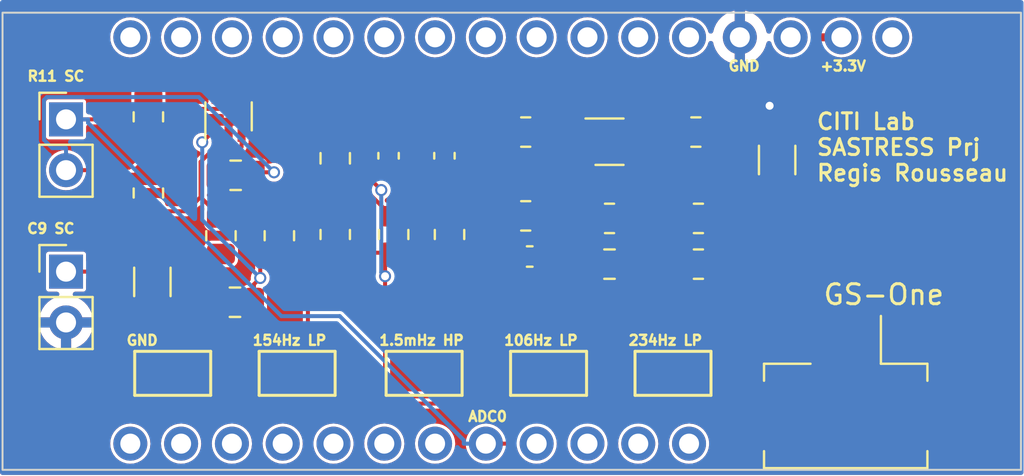
<source format=kicad_pcb>
(kicad_pcb (version 20211014) (generator pcbnew)
  (title_block (title "Sensor Ampliflying and Filtering Board") (company "CITI Lab"))
  (layers (0 "F.Cu" mixed) (31 "B.Cu" mixed) (34 "B.Paste" user) (35 "F.Paste" user) (36 "B.SilkS" user "B.Silkscreen") (37 "F.SilkS" user "F.Silkscreen") (38 "B.Mask" user) (39 "F.Mask" user) (44 "Edge.Cuts" user))
  (net 0 "")
  (net 2 "GND")
  (net 3 "Net-(C2-Pad1)")
  (net 4 "Net-(C2-Pad2)")
  (net 5 "Net-(C3-Pad1)")
  (net 6 "Net-(C3-Pad2)")
  (net 7 "Net-(C4-Pad2)")
  (net 8 "Net-(C5-Pad1)")
  (net 9 "Net-(C6-Pad1)")
  (net 10 "Net-(C7-Pad1)")
  (net 11 "Net-(C7-Pad2)")
  (net 12 "Net-(C8-Pad1)")
  (net 13 "Net-(C9-Pad1)")
  (net 14 "3V3")
  (net 15 "Net-(R12-Pad2)")
  (net 32 "PB13_ADC0")
  (net 37 "Net-(C1-Pad1)")
  (footprint "TestPoint:TestPoint_Keystone_5015_Micro-Minature" (layer "F.Cu") (at 105.664 59.309)
    (fp_text reference "TP5" hide)
    (fp_text value "TestPoint" hide)
    (fp_line (start 1.9 -1.1) (end 1.9 1.1) (layer "F.SilkS") (width 0.15))
    (fp_line (start 1.9 1.1) (end -1.9 1.1) (layer "F.SilkS") (width 0.15))
    (fp_line (start -1.9 -1.1) (end 1.9 -1.1) (layer "F.SilkS") (width 0.15))
    (fp_line (start -1.9 1.1) (end -1.9 -1.1) (layer "F.SilkS") (width 0.15))
    (pad "1" smd rect locked (at 0 0) (size 3.4 1.8) (layers "F.Cu" "F.Paste" "F.Mask") (net 2 "GND"))
  )
  (footprint "Resistor_SMD:R_0805_2012Metric" (layer "F.Cu") (at 119.507 52.3665 -90)
    (fp_text reference "R7" hide)
    (fp_text value "2.2M" hide)
    (fp_line (start -0.227064 -0.735) (end 0.227064 -0.735) (layer "F.SilkS") (width 0.12))
    (fp_line (start -0.227064 0.735) (end 0.227064 0.735) (layer "F.SilkS") (width 0.12))
    (pad "1" smd roundrect locked (at -0.9125 0 270) (size 1.025 1.4) (layers "F.Cu" "F.Paste" "F.Mask") (roundrect_rratio 0.243902) (net 7 "Net-(C4-Pad2)"))
    (pad "2" smd roundrect locked (at 0.9125 0 270) (size 1.025 1.4) (layers "F.Cu" "F.Paste" "F.Mask") (roundrect_rratio 0.243902) (net 8 "Net-(C5-Pad1)"))
  )
  (footprint "Resistor_SMD:R_0805_2012Metric" (layer "F.Cu") (at 131.953 53.848)
    (fp_text reference "R3" hide)
    (fp_text value "220k" hide)
    (fp_line (start -0.227064 -0.735) (end 0.227064 -0.735) (layer "F.SilkS") (width 0.12))
    (fp_line (start -0.227064 0.735) (end 0.227064 0.735) (layer "F.SilkS") (width 0.12))
    (pad "1" smd roundrect locked (at -0.9125 0) (size 1.025 1.4) (layers "F.Cu" "F.Paste" "F.Mask") (roundrect_rratio 0.243902) (net 37 "Net-(C1-Pad1)"))
    (pad "2" smd roundrect locked (at 0.9125 0) (size 1.025 1.4) (layers "F.Cu" "F.Paste" "F.Mask") (roundrect_rratio 0.243902) (net 2 "GND"))
  )
  (footprint "Resistor_SMD:R_0805_2012Metric" (layer "F.Cu") (at 123.317 47.244)
    (fp_text reference "R6" hide)
    (fp_text value "220k" hide)
    (fp_line (start -0.227064 -0.735) (end 0.227064 -0.735) (layer "F.SilkS") (width 0.12))
    (fp_line (start -0.227064 0.735) (end 0.227064 0.735) (layer "F.SilkS") (width 0.12))
    (pad "1" smd roundrect locked (at -0.9125 0) (size 1.025 1.4) (layers "F.Cu" "F.Paste" "F.Mask") (roundrect_rratio 0.243902) (net 8 "Net-(C5-Pad1)"))
    (pad "2" smd roundrect locked (at 0.9125 0) (size 1.025 1.4) (layers "F.Cu" "F.Paste" "F.Mask") (roundrect_rratio 0.243902) (net 37 "Net-(C1-Pad1)"))
  )
  (footprint "Package_TO_SOT_SMD:SOT-353_SC-70-5" (layer "F.Cu") (at 127.508 47.726)
    (fp_text reference "U1" hide)
    (fp_text value "TLV9001IDCK" hide)
    (fp_line (start -0.7 1.16) (end 0.7 1.16) (layer "F.SilkS") (width 0.12))
    (fp_line (start 0.7 -1.16) (end -1.2 -1.16) (layer "F.SilkS") (width 0.12))
    (pad "1" smd rect locked (at -0.95 -0.65) (size 0.65 0.4) (layers "F.Cu" "F.Paste" "F.Mask") (net 37 "Net-(C1-Pad1)"))
    (pad "2" smd rect locked (at -0.95 0) (size 0.65 0.4) (layers "F.Cu" "F.Paste" "F.Mask") (net 2 "GND"))
    (pad "3" smd rect locked (at -0.95 0.65) (size 0.65 0.4) (layers "F.Cu" "F.Paste" "F.Mask") (net 5 "Net-(C3-Pad1)"))
    (pad "4" smd rect locked (at 0.95 0.65) (size 0.65 0.4) (layers "F.Cu" "F.Paste" "F.Mask") (net 6 "Net-(C3-Pad2)"))
    (pad "5" smd rect locked (at 0.95 -0.65) (size 0.65 0.4) (layers "F.Cu" "F.Paste" "F.Mask") (net 14 "3V3"))
  )
  (footprint "Resistor_SMD:R_0805_2012Metric" (layer "F.Cu") (at 131.826 47.244)
    (fp_text reference "R1" hide)
    (fp_text value "220k" hide)
    (fp_line (start -0.227064 0.735) (end 0.227064 0.735) (layer "F.SilkS") (width 0.12))
    (fp_line (start -0.227064 -0.735) (end 0.227064 -0.735) (layer "F.SilkS") (width 0.12))
    (pad "1" smd roundrect locked (at -0.9125 0) (size 1.025 1.4) (layers "F.Cu" "F.Paste" "F.Mask") (roundrect_rratio 0.243902) (net 14 "3V3"))
    (pad "2" smd roundrect locked (at 0.9125 0) (size 1.025 1.4) (layers "F.Cu" "F.Paste" "F.Mask") (roundrect_rratio 0.243902) (net 37 "Net-(C1-Pad1)"))
  )
  (footprint "Resistor_SMD:R_0805_2012Metric" (layer "F.Cu") (at 123.317 51.435)
    (fp_text reference "R4" hide)
    (fp_text value "10k" hide)
    (fp_line (start -0.227064 -0.735) (end 0.227064 -0.735) (layer "F.SilkS") (width 0.12))
    (fp_line (start -0.227064 0.735) (end 0.227064 0.735) (layer "F.SilkS") (width 0.12))
    (pad "1" smd roundrect locked (at -0.9125 0) (size 1.025 1.4) (layers "F.Cu" "F.Paste" "F.Mask") (roundrect_rratio 0.243902) (net 4 "Net-(C2-Pad2)"))
    (pad "2" smd roundrect locked (at 0.9125 0) (size 1.025 1.4) (layers "F.Cu" "F.Paste" "F.Mask") (roundrect_rratio 0.243902) (net 5 "Net-(C3-Pad1)"))
  )
  (footprint "Resistor_SMD:R_0805_2012Metric" (layer "F.Cu") (at 113.792 52.3665 -90)
    (fp_text reference "R9" hide)
    (fp_text value "68k" hide)
    (fp_line (start -0.227064 0.735) (end 0.227064 0.735) (layer "F.SilkS") (width 0.12))
    (fp_line (start -0.227064 -0.735) (end 0.227064 -0.735) (layer "F.SilkS") (width 0.12))
    (pad "1" smd roundrect locked (at -0.9125 0 270) (size 1.025 1.4) (layers "F.Cu" "F.Paste" "F.Mask") (roundrect_rratio 0.243902) (net 10 "Net-(C7-Pad1)"))
    (pad "2" smd roundrect locked (at 0.9125 0 270) (size 1.025 1.4) (layers "F.Cu" "F.Paste" "F.Mask") (roundrect_rratio 0.243902) (net 9 "Net-(C6-Pad1)"))
  )
  (footprint "Connector_PinHeader_2.54mm:PinHeader_1x02_P2.54mm_Vertical" (layer "F.Cu") (at 100.33 54.224)
    (fp_text reference "J2" hide)
    (fp_text value "Conn_01x02_Female" hide)
    (fp_line (start -1.33 -1.33) (end 0 -1.33) (layer "F.SilkS") (width 0.12))
    (fp_line (start -1.33 0) (end -1.33 -1.33) (layer "F.SilkS") (width 0.12))
    (fp_line (start 1.33 1.27) (end 1.33 3.87) (layer "F.SilkS") (width 0.12))
    (fp_line (start -1.33 1.27) (end -1.33 3.87) (layer "F.SilkS") (width 0.12))
    (fp_line (start -1.33 1.27) (end 1.33 1.27) (layer "F.SilkS") (width 0.12))
    (fp_line (start -1.33 3.87) (end 1.33 3.87) (layer "F.SilkS") (width 0.12))
    (pad "1" thru_hole rect locked (at 0 0) (size 1.7 1.7) (drill 1) (layers *.Cu *.Mask) (net 13 "Net-(C9-Pad1)"))
    (pad "2" thru_hole oval locked (at 0 2.54) (size 1.7 1.7) (drill 1) (layers *.Cu *.Mask) (net 2 "GND"))
  )
  (footprint "Resistor_SMD:R_0805_2012Metric" (layer "F.Cu") (at 108.077 52.4275 -90)
    (fp_text reference "R13" hide)
    (fp_text value "4.7k" hide)
    (fp_line (start -0.227064 0.735) (end 0.227064 0.735) (layer "F.SilkS") (width 0.12))
    (fp_line (start -0.227064 -0.735) (end 0.227064 -0.735) (layer "F.SilkS") (width 0.12))
    (pad "1" smd roundrect locked (at -0.9125 0 270) (size 1.025 1.4) (layers "F.Cu" "F.Paste" "F.Mask") (roundrect_rratio 0.243902) (net 15 "Net-(R12-Pad2)"))
    (pad "2" smd roundrect locked (at 0.9125 0 270) (size 1.025 1.4) (layers "F.Cu" "F.Paste" "F.Mask") (roundrect_rratio 0.243902) (net 13 "Net-(C9-Pad1)"))
  )
  (footprint "TestPoint:TestPoint_Keystone_5015_Micro-Minature" (layer "F.Cu") (at 111.887 59.309)
    (fp_text reference "TP1" hide)
    (fp_text value "TestPoint" hide)
    (fp_line (start 1.9 1.1) (end -1.9 1.1) (layer "F.SilkS") (width 0.15))
    (fp_line (start -1.9 1.1) (end -1.9 -1.1) (layer "F.SilkS") (width 0.15))
    (fp_line (start 1.9 -1.1) (end 1.9 1.1) (layer "F.SilkS") (width 0.15))
    (fp_line (start -1.9 -1.1) (end 1.9 -1.1) (layer "F.SilkS") (width 0.15))
    (pad "1" smd rect locked (at 0 0) (size 3.4 1.8) (layers "F.Cu" "F.Paste" "F.Mask") (net 6 "Net-(C3-Pad2)"))
  )
  (footprint "Capacitor_SMD:C_0603_1608Metric" (layer "F.Cu") (at 116.459 48.4295 -90)
    (fp_text reference "C6" hide)
    (fp_text value "220n" hide)
    (fp_line (start -0.14058 0.51) (end 0.14058 0.51) (layer "F.SilkS") (width 0.12))
    (fp_line (start -0.14058 -0.51) (end 0.14058 -0.51) (layer "F.SilkS") (width 0.12))
    (pad "1" smd roundrect locked (at -0.775 0 270) (size 0.9 0.95) (layers "F.Cu" "F.Paste" "F.Mask") (net 9 "Net-(C6-Pad1)"))
    (pad "2" smd roundrect locked (at 0.775 0 270) (size 0.9 0.95) (layers "F.Cu" "F.Paste" "F.Mask") (net 2 "GND"))
  )
  (footprint "Capacitor_SMD:C_0805_2012Metric" (layer "F.Cu") (at 127.508 53.848)
    (fp_text reference "C3" hide)
    (fp_text value "2.2n" hide)
    (fp_line (start -0.261252 -0.735) (end 0.261252 -0.735) (layer "F.SilkS") (width 0.12))
    (fp_line (start -0.261252 0.735) (end 0.261252 0.735) (layer "F.SilkS") (width 0.12))
    (pad "1" smd roundrect locked (at -0.95 0) (size 1 1.45) (layers "F.Cu" "F.Paste" "F.Mask") (net 5 "Net-(C3-Pad1)"))
    (pad "2" smd roundrect locked (at 0.95 0) (size 1 1.45) (layers "F.Cu" "F.Paste" "F.Mask") (net 6 "Net-(C3-Pad2)"))
  )
  (footprint "Resistor_SMD:R_0805_2012Metric" (layer "F.Cu") (at 104.448 50.292 -90)
    (fp_text reference "R12" hide)
    (fp_text value "4.7k" hide)
    (fp_line (start -0.227064 -0.735) (end 0.227064 -0.735) (layer "F.SilkS") (width 0.12))
    (fp_line (start -0.227064 0.735) (end 0.227064 0.735) (layer "F.SilkS") (width 0.12))
    (pad "1" smd roundrect locked (at -0.9125 0 270) (size 1.025 1.4) (layers "F.Cu" "F.Paste" "F.Mask") (roundrect_rratio 0.243902) (net 11 "Net-(C7-Pad2)"))
    (pad "2" smd roundrect locked (at 0.9125 0 270) (size 1.025 1.4) (layers "F.Cu" "F.Paste" "F.Mask") (roundrect_rratio 0.243902) (net 15 "Net-(R12-Pad2)"))
  )
  (footprint "Connector_JST:JST_PH_B2B-PH-SM4-TB_1x02-1MP_P2.00mm_Vertical" (layer "F.Cu") (at 139.319 59.69 180)
    (fp_text reference "JST1" hide)
    (fp_text value "Conn_01x02" hide)
    (fp_line (start -4.085 0.86) (end -1.76 0.86) (layer "F.SilkS") (width 0.12))
    (fp_line (start 4.085 0.01) (end 4.085 0.86) (layer "F.SilkS") (width 0.12))
    (fp_line (start 4.085 0.86) (end 1.76 0.86) (layer "F.SilkS") (width 0.12))
    (fp_line (start -4.085 -3.51) (end -4.085 -4.36) (layer "F.SilkS") (width 0.12))
    (fp_line (start -4.085 -4.36) (end 4.085 -4.36) (layer "F.SilkS") (width 0.12))
    (fp_line (start 4.085 -4.36) (end 4.085 -3.51) (layer "F.SilkS") (width 0.12))
    (fp_line (start -1.76 0.86) (end -1.76 3.25) (layer "F.SilkS") (width 0.12))
    (fp_line (start -4.085 0.01) (end -4.085 0.86) (layer "F.SilkS") (width 0.12))
    (pad "1" smd roundrect locked (at -1 0.5 180) (size 1 5.5) (layers "F.Cu" "F.Paste" "F.Mask") (net 37 "Net-(C1-Pad1)"))
    (pad "2" smd roundrect locked (at 1 0.5 180) (size 1 5.5) (layers "F.Cu" "F.Paste" "F.Mask") (net 3 "Net-(C2-Pad1)"))
    (pad "MP" smd roundrect locked (at -3.4 -1.75 180) (size 1.6 3) (layers "F.Cu" "F.Paste" "F.Mask") (roundrect_rratio 0.15625))
    (pad "MP" smd roundrect locked (at 3.4 -1.75 180) (size 1.6 3) (layers "F.Cu" "F.Paste" "F.Mask") (roundrect_rratio 0.15625))
  )
  (footprint "penguino_v1:Feather-Generic-no-holes" (layer "F.Cu") (at 147.9945 41.2355 -90)
    (fp_text reference "board1" hide)
    (fp_text value "Feather-Generic" hide)
    (pad "1" thru_hole oval locked (at 1.27 6.35 270) (size 1.7 1.7) (drill 1) (layers *.Cu *.Mask))
    (pad "2" thru_hole oval locked (at 1.27 8.89 270) (size 1.7 1.7) (drill 1) (layers *.Cu *.Mask) (net 14 "3V3"))
    (pad "3" thru_hole oval locked (at 1.27 11.43 270) (size 1.7 1.7) (drill 1) (layers *.Cu *.Mask))
    (pad "4" thru_hole oval locked (at 1.27 13.97 270) (size 1.7 1.7) (drill 1) (layers *.Cu *.Mask) (net 2 "GND"))
    (pad "5" thru_hole oval locked (at 1.27 16.51 270) (size 1.7 1.7) (drill 1) (layers *.Cu *.Mask))
    (pad "6" thru_hole oval locked (at 1.27 19.05 270) (size 1.7 1.7) (drill 1) (layers *.Cu *.Mask))
    (pad "7" thru_hole oval locked (at 1.27 21.59 270) (size 1.7 1.7) (drill 1) (layers *.Cu *.Mask))
    (pad "8" thru_hole oval locked (at 1.27 24.13 270) (size 1.7 1.7) (drill 1) (layers *.Cu *.Mask))
    (pad "9" thru_hole oval locked (at 1.27 26.67 270) (size 1.7 1.7) (drill 1) (layers *.Cu *.Mask))
    (pad "10" thru_hole oval locked (at 1.27 29.21 270) (size 1.7 1.7) (drill 1) (layers *.Cu *.Mask))
    (pad "11" thru_hole oval locked (at 1.27 31.75 270) (size 1.7 1.7) (drill 1) (layers *.Cu *.Mask))
    (pad "12" thru_hole oval locked (at 1.27 34.29 270) (size 1.7 1.7) (drill 1) (layers *.Cu *.Mask))
    (pad "13" thru_hole oval locked (at 1.27 36.83 270) (size 1.7 1.7) (drill 1) (layers *.Cu *.Mask))
    (pad "14" thru_hole oval locked (at 1.27 39.37 270) (size 1.7 1.7) (drill 1) (layers *.Cu *.Mask))
    (pad "15" thru_hole oval locked (at 1.27 41.91 270) (size 1.7 1.7) (drill 1) (layers *.Cu *.Mask))
    (pad "16" thru_hole oval locked (at 1.27 44.45 270) (size 1.7 1.7) (drill 1) (layers *.Cu *.Mask))
    (pad "17" thru_hole oval locked (at 21.59 44.45 270) (size 1.7 1.7) (drill 1) (layers *.Cu *.Mask))
    (pad "18" thru_hole oval locked (at 21.59 41.91 270) (size 1.7 1.7) (drill 1) (layers *.Cu *.Mask))
    (pad "19" thru_hole oval locked (at 21.59 39.37 270) (size 1.7 1.7) (drill 1) (layers *.Cu *.Mask))
    (pad "20" thru_hole oval locked (at 21.59 36.83 270) (size 1.7 1.7) (drill 1) (layers *.Cu *.Mask))
    (pad "21" thru_hole oval locked (at 21.59 34.29 270) (size 1.7 1.7) (drill 1) (layers *.Cu *.Mask))
    (pad "22" thru_hole oval locked (at 21.59 31.75 270) (size 1.7 1.7) (drill 1) (layers *.Cu *.Mask))
    (pad "23" thru_hole oval locked (at 21.59 29.21 270) (size 1.7 1.7) (drill 1) (layers *.Cu *.Mask))
    (pad "24" thru_hole oval locked (at 21.59 26.67 270) (size 1.7 1.7) (drill 1) (layers *.Cu *.Mask) (net 32 "PB13_ADC0"))
    (pad "25" thru_hole oval locked (at 21.59 24.13 270) (size 1.7 1.7) (drill 1) (layers *.Cu *.Mask))
    (pad "26" thru_hole oval locked (at 21.59 21.59 270) (size 1.7 1.7) (drill 1) (layers *.Cu *.Mask))
    (pad "27" thru_hole oval locked (at 21.59 19.05 270) (size 1.7 1.7) (drill 1) (layers *.Cu *.Mask))
    (pad "28" thru_hole oval locked (at 21.59 16.51 270) (size 1.7 1.7) (drill 1) (layers *.Cu *.Mask))
  )
  (footprint "Capacitor_SMD:C_0805_2012Metric" (layer "F.Cu") (at 108.812 49.4055)
    (fp_text reference "C7" hide)
    (fp_text value "10n" hide)
    (fp_line (start -0.261252 0.735) (end 0.261252 0.735) (layer "F.SilkS") (width 0.12))
    (fp_line (start -0.261252 -0.735) (end 0.261252 -0.735) (layer "F.SilkS") (width 0.12))
    (pad "1" smd roundrect locked (at -0.95 0) (size 1 1.45) (layers "F.Cu" "F.Paste" "F.Mask") (net 10 "Net-(C7-Pad1)"))
    (pad "2" smd roundrect locked (at 0.95 0) (size 1 1.45) (layers "F.Cu" "F.Paste" "F.Mask") (net 11 "Net-(C7-Pad2)"))
  )
  (footprint "Package_TO_SOT_SMD:SOT-353_SC-70-5" (layer "F.Cu") (at 108.458 46.4585 90)
    (fp_text reference "U2" hide)
    (fp_text value "TLV9001IDCK" hide)
    (fp_line (start -0.7 1.16) (end 0.7 1.16) (layer "F.SilkS") (width 0.12))
    (fp_line (start 0.7 -1.16) (end -1.2 -1.16) (layer "F.SilkS") (width 0.12))
    (pad "1" smd rect locked (at -0.95 -0.65 90) (size 0.65 0.4) (layers "F.Cu" "F.Paste" "F.Mask") (net 12 "Net-(C8-Pad1)"))
    (pad "2" smd rect locked (at -0.95 0 90) (size 0.65 0.4) (layers "F.Cu" "F.Paste" "F.Mask") (net 2 "GND"))
    (pad "3" smd rect locked (at -0.95 0.65 90) (size 0.65 0.4) (layers "F.Cu" "F.Paste" "F.Mask") (net 15 "Net-(R12-Pad2)"))
    (pad "4" smd rect locked (at 0.95 0.65 90) (size 0.65 0.4) (layers "F.Cu" "F.Paste" "F.Mask") (net 32 "PB13_ADC0"))
    (pad "5" smd rect locked (at 0.95 -0.65 90) (size 0.65 0.4) (layers "F.Cu" "F.Paste" "F.Mask") (net 14 "3V3"))
  )
  (footprint "Resistor_SMD:R_0805_2012Metric" (layer "F.Cu") (at 127.508 51.562)
    (fp_text reference "R5" hide)
    (fp_text value "470k" hide)
    (fp_line (start -0.227064 0.735) (end 0.227064 0.735) (layer "F.SilkS") (width 0.12))
    (fp_line (start -0.227064 -0.735) (end 0.227064 -0.735) (layer "F.SilkS") (width 0.12))
    (pad "1" smd roundrect locked (at -0.9125 0) (size 1.025 1.4) (layers "F.Cu" "F.Paste" "F.Mask") (roundrect_rratio 0.243902) (net 5 "Net-(C3-Pad1)"))
    (pad "2" smd roundrect locked (at 0.9125 0) (size 1.025 1.4) (layers "F.Cu" "F.Paste" "F.Mask") (roundrect_rratio 0.243902) (net 6 "Net-(C3-Pad2)"))
  )
  (footprint "Resistor_SMD:R_0805_2012Metric" (layer "F.Cu") (at 104.448 46.482 -90)
    (fp_text reference "R11" hide)
    (fp_text value "100k" hide)
    (fp_line (start -0.227064 -0.735) (end 0.227064 -0.735) (layer "F.SilkS") (width 0.12))
    (fp_line (start -0.227064 0.735) (end 0.227064 0.735) (layer "F.SilkS") (width 0.12))
    (pad "1" smd roundrect locked (at -0.9125 0 270) (size 1.025 1.4) (layers "F.Cu" "F.Paste" "F.Mask") (roundrect_rratio 0.243902) (net 32 "PB13_ADC0"))
    (pad "2" smd roundrect locked (at 0.9125 0 270) (size 1.025 1.4) (layers "F.Cu" "F.Paste" "F.Mask") (roundrect_rratio 0.243902) (net 11 "Net-(C7-Pad2)"))
  )
  (footprint "Resistor_SMD:R_0805_2012Metric" (layer "F.Cu") (at 110.998 52.4275 -90)
    (fp_text reference "R10" hide)
    (fp_text value "68k" hide)
    (fp_line (start -0.227064 0.735) (end 0.227064 0.735) (layer "F.SilkS") (width 0.12))
    (fp_line (start -0.227064 -0.735) (end 0.227064 -0.735) (layer "F.SilkS") (width 0.12))
    (pad "1" smd roundrect locked (at -0.9125 0 270) (size 1.025 1.4) (layers "F.Cu" "F.Paste" "F.Mask") (roundrect_rratio 0.243902) (net 12 "Net-(C8-Pad1)"))
    (pad "2" smd roundrect locked (at 0.9125 0 270) (size 1.025 1.4) (layers "F.Cu" "F.Paste" "F.Mask") (roundrect_rratio 0.243902) (net 10 "Net-(C7-Pad1)"))
  )
  (footprint "TestPoint:TestPoint_Keystone_5015_Micro-Minature" (layer "F.Cu") (at 118.237 59.309)
    (fp_text reference "TP2" hide)
    (fp_text value "TestPoint" hide)
    (fp_line (start -1.9 -1.1) (end 1.9 -1.1) (layer "F.SilkS") (width 0.15))
    (fp_line (start 1.9 1.1) (end -1.9 1.1) (layer "F.SilkS") (width 0.15))
    (fp_line (start -1.9 1.1) (end -1.9 -1.1) (layer "F.SilkS") (width 0.15))
    (fp_line (start 1.9 -1.1) (end 1.9 1.1) (layer "F.SilkS") (width 0.15))
    (pad "1" smd rect locked (at 0 0) (size 3.4 1.8) (layers "F.Cu" "F.Paste" "F.Mask") (net 7 "Net-(C4-Pad2)"))
  )
  (footprint "TestPoint:TestPoint_Keystone_5015_Micro-Minature" (layer "F.Cu") (at 130.683 59.309)
    (fp_text reference "TP4" hide)
    (fp_text value "TestPoint" hide)
    (fp_line (start 1.9 -1.1) (end 1.9 1.1) (layer "F.SilkS") (width 0.15))
    (fp_line (start -1.9 1.1) (end -1.9 -1.1) (layer "F.SilkS") (width 0.15))
    (fp_line (start 1.9 1.1) (end -1.9 1.1) (layer "F.SilkS") (width 0.15))
    (fp_line (start -1.9 -1.1) (end 1.9 -1.1) (layer "F.SilkS") (width 0.15))
    (pad "1" smd rect locked (at 0 0) (size 3.4 1.8) (layers "F.Cu" "F.Paste" "F.Mask") (net 32 "PB13_ADC0"))
  )
  (footprint "Resistor_SMD:R_0805_2012Metric" (layer "F.Cu") (at 131.953 51.562)
    (fp_text reference "R2" hide)
    (fp_text value "7.5k" hide)
    (fp_line (start -0.227064 -0.735) (end 0.227064 -0.735) (layer "F.SilkS") (width 0.12))
    (fp_line (start -0.227064 0.735) (end 0.227064 0.735) (layer "F.SilkS") (width 0.12))
    (pad "1" smd roundrect locked (at -0.9125 0) (size 1.025 1.4) (layers "F.Cu" "F.Paste" "F.Mask") (roundrect_rratio 0.243902) (net 3 "Net-(C2-Pad1)"))
    (pad "2" smd roundrect locked (at 0.9125 0) (size 1.025 1.4) (layers "F.Cu" "F.Paste" "F.Mask") (roundrect_rratio 0.243902) (net 37 "Net-(C1-Pad1)"))
  )
  (footprint "Capacitor_SMD:C_0603_1608Metric" (layer "F.Cu") (at 123.517 53.467 180)
    (fp_text reference "C2" hide)
    (fp_text value "2.2u" hide)
    (fp_line (start -0.14058 -0.51) (end 0.14058 -0.51) (layer "F.SilkS") (width 0.12))
    (fp_line (start -0.14058 0.51) (end 0.14058 0.51) (layer "F.SilkS") (width 0.12))
    (pad "1" smd roundrect locked (at -0.775 0 180) (size 0.9 0.95) (layers "F.Cu" "F.Paste" "F.Mask") (net 3 "Net-(C2-Pad1)"))
    (pad "2" smd roundrect locked (at 0.775 0 180) (size 0.9 0.95) (layers "F.Cu" "F.Paste" "F.Mask") (net 4 "Net-(C2-Pad2)"))
  )
  (footprint "Capacitor_SMD:C_0805_2012Metric" (layer "F.Cu") (at 108.778 55.753 180)
    (fp_text reference "C8" hide)
    (fp_text value "10n" hide)
    (fp_line (start -0.261252 0.735) (end 0.261252 0.735) (layer "F.SilkS") (width 0.12))
    (fp_line (start -0.261252 -0.735) (end 0.261252 -0.735) (layer "F.SilkS") (width 0.12))
    (pad "1" smd roundrect locked (at -0.95 0 180) (size 1 1.45) (layers "F.Cu" "F.Paste" "F.Mask") (net 12 "Net-(C8-Pad1)"))
    (pad "2" smd roundrect locked (at 0.95 0 180) (size 1 1.45) (layers "F.Cu" "F.Paste" "F.Mask") (net 2 "GND"))
  )
  (footprint "TestPoint:TestPoint_Keystone_5015_Micro-Minature" (layer "F.Cu") (at 124.46 59.309)
    (fp_text reference "TP3" hide)
    (fp_text value "TestPoint" hide)
    (fp_line (start -1.9 1.1) (end -1.9 -1.1) (layer "F.SilkS") (width 0.15))
    (fp_line (start 1.9 -1.1) (end 1.9 1.1) (layer "F.SilkS") (width 0.15))
    (fp_line (start 1.9 1.1) (end -1.9 1.1) (layer "F.SilkS") (width 0.15))
    (fp_line (start -1.9 -1.1) (end 1.9 -1.1) (layer "F.SilkS") (width 0.15))
    (pad "1" smd rect locked (at 0 0) (size 3.4 1.8) (layers "F.Cu" "F.Paste" "F.Mask") (net 9 "Net-(C6-Pad1)"))
  )
  (footprint "Resistor_SMD:R_0805_2012Metric" (layer "F.Cu") (at 116.713 52.3665 90)
    (fp_text reference "R8" hide)
    (fp_text value "6.8k" hide)
    (fp_line (start -0.227064 -0.735) (end 0.227064 -0.735) (layer "F.SilkS") (width 0.12))
    (fp_line (start -0.227064 0.735) (end 0.227064 0.735) (layer "F.SilkS") (width 0.12))
    (pad "1" smd roundrect locked (at -0.9125 0 90) (size 1.025 1.4) (layers "F.Cu" "F.Paste" "F.Mask") (roundrect_rratio 0.243902) (net 9 "Net-(C6-Pad1)"))
    (pad "2" smd roundrect locked (at 0.9125 0 90) (size 1.025 1.4) (layers "F.Cu" "F.Paste" "F.Mask") (roundrect_rratio 0.243902) (net 7 "Net-(C4-Pad2)"))
  )
  (footprint "Capacitor_SMD:C_1206_3216Metric" (layer "F.Cu") (at 135.89 48.641 90)
    (fp_text reference "C1" hide)
    (fp_text value "100u" hide)
    (fp_line (start -0.711252 -0.91) (end 0.711252 -0.91) (layer "F.SilkS") (width 0.12))
    (fp_line (start -0.711252 0.91) (end 0.711252 0.91) (layer "F.SilkS") (width 0.12))
    (pad "1" smd roundrect locked (at -1.475 0 90) (size 1.15 1.8) (layers "F.Cu" "F.Paste" "F.Mask") (roundrect_rratio 0.217391) (net 37 "Net-(C1-Pad1)"))
    (pad "2" smd roundrect locked (at 1.475 0 90) (size 1.15 1.8) (layers "F.Cu" "F.Paste" "F.Mask") (roundrect_rratio 0.217391) (net 2 "GND"))
  )
  (footprint "Capacitor_SMD:C_1206_3216Metric" (layer "F.Cu") (at 104.648 54.737 -90)
    (fp_text reference "C9" hide)
    (fp_text value "100u" hide)
    (fp_line (start -0.711252 -0.91) (end 0.711252 -0.91) (layer "F.SilkS") (width 0.12))
    (fp_line (start -0.711252 0.91) (end 0.711252 0.91) (layer "F.SilkS") (width 0.12))
    (pad "1" smd roundrect locked (at -1.475 0 270) (size 1.15 1.8) (layers "F.Cu" "F.Paste" "F.Mask") (roundrect_rratio 0.217391) (net 13 "Net-(C9-Pad1)"))
    (pad "2" smd roundrect locked (at 1.475 0 270) (size 1.15 1.8) (layers "F.Cu" "F.Paste" "F.Mask") (roundrect_rratio 0.217391) (net 2 "GND"))
  )
  (footprint "Capacitor_SMD:C_0603_1608Metric" (layer "F.Cu") (at 119.253 48.4295 -90)
    (fp_text reference "C5" hide)
    (fp_text value "100n" hide)
    (fp_line (start -0.14058 -0.51) (end 0.14058 -0.51) (layer "F.SilkS") (width 0.12))
    (fp_line (start -0.14058 0.51) (end 0.14058 0.51) (layer "F.SilkS") (width 0.12))
    (pad "1" smd roundrect locked (at -0.775 0 270) (size 0.9 0.95) (layers "F.Cu" "F.Paste" "F.Mask") (net 8 "Net-(C5-Pad1)"))
    (pad "2" smd roundrect locked (at 0.775 0 270) (size 0.9 0.95) (layers "F.Cu" "F.Paste" "F.Mask") (net 2 "GND"))
  )
  (footprint "Capacitor_SMD:C_0805_2012Metric" (layer "F.Cu") (at 113.792 48.5565 90)
    (fp_text reference "C4" hide)
    (fp_text value "47u" hide)
    (fp_line (start -0.261252 -0.735) (end 0.261252 -0.735) (layer "F.SilkS") (width 0.12))
    (fp_line (start -0.261252 0.735) (end 0.261252 0.735) (layer "F.SilkS") (width 0.12))
    (pad "1" smd roundrect locked (at -0.95 0 90) (size 1 1.45) (layers "F.Cu" "F.Paste" "F.Mask") (net 6 "Net-(C3-Pad2)"))
    (pad "2" smd roundrect locked (at 0.95 0 90) (size 1 1.45) (layers "F.Cu" "F.Paste" "F.Mask") (net 7 "Net-(C4-Pad2)"))
  )
  (footprint "Connector_PinHeader_2.54mm:PinHeader_1x02_P2.54mm_Vertical" (layer "F.Cu") (at 100.33 46.609)
    (fp_text reference "J1" hide)
    (fp_text value "Conn_01x02_Female" hide)
    (fp_line (start -1.33 1.27) (end -1.33 3.87) (layer "F.SilkS") (width 0.12))
    (fp_line (start -1.33 -1.33) (end 0 -1.33) (layer "F.SilkS") (width 0.12))
    (fp_line (start -1.33 1.27) (end 1.33 1.27) (layer "F.SilkS") (width 0.12))
    (fp_line (start -1.33 0) (end -1.33 -1.33) (layer "F.SilkS") (width 0.12))
    (fp_line (start -1.33 3.87) (end 1.33 3.87) (layer "F.SilkS") (width 0.12))
    (fp_line (start 1.33 1.27) (end 1.33 3.87) (layer "F.SilkS") (width 0.12))
    (pad "1" thru_hole rect locked (at 0 0) (size 1.7 1.7) (drill 1) (layers *.Cu *.Mask) (net 32 "PB13_ADC0"))
    (pad "2" thru_hole oval locked (at 0 2.54) (size 1.7 1.7) (drill 1) (layers *.Cu *.Mask) (net 11 "Net-(C7-Pad2)"))
  )
  (gr_rect (start 97.155 41.275) (end 148.082 64.135) (layer "Edge.Cuts") (width 0.1) (fill none))
  (gr_text "GS-One" (at 141.224 55.372) (layer "F.SilkS") (effects (font (size 1 1))))
  (gr_text "ADC0" (at 121.412 61.468) (layer "F.SilkS") (effects (font (size 0.5 0.5) (thickness 0.125))))
  (gr_text "C9 SC" (at 99.568 52.07) (layer "F.SilkS") (effects (font (size 0.5 0.5) (thickness 0.125))))
  (gr_text "GND" (at 104.14 57.658) (layer "F.SilkS") (effects (font (size 0.5 0.5) (thickness 0.125))))
  (gr_text "CITI Lab\nSASTRESS Prj\nRegis Rousseau" (at 137.795 48.006) (layer "F.SilkS") (effects (font (size 0.8 0.8)) (justify left)))
  (gr_text "234Hz LP" (at 130.302 57.658) (layer "F.SilkS") (effects (font (size 0.5 0.5) (thickness 0.125))))
  (gr_text "1.5mHz HP" (at 118.11 57.658) (layer "F.SilkS") (effects (font (size 0.5 0.5) (thickness 0.125))))
  (gr_text "GND" (at 134.239 43.942) (layer "F.SilkS") (effects (font (size 0.5 0.5) (thickness 0.125))))
  (gr_text "106Hz LP" (at 124.079 57.658) (layer "F.SilkS") (effects (font (size 0.5 0.5) (thickness 0.125))))
  (gr_text "+3.3V" (at 139.192 43.942) (layer "F.SilkS") (effects (font (size 0.5 0.5) (thickness 0.125))))
  (gr_text "154Hz LP" (at 111.506 57.658) (layer "F.SilkS") (effects (font (size 0.5 0.5) (thickness 0.125))))
  (gr_text "R11 SC" (at 99.822 44.45) (layer "F.SilkS") (effects (font (size 0.5 0.5) (thickness 0.125))))
  (segment (start 135.5134 45.9293) (end 135.89 46.3059) (width 0.4) (layer "F.Cu") (net 2))
  (segment (start 108.458 47.4085) (end 108.458 46.9963) (width 0.4) (layer "F.Cu") (net 2))
  (segment (start 108.458 46.7252) (end 107.2458 46.7252) (width 0.4) (layer "F.Cu") (net 2))
  (segment (start 108.458 46.9963) (end 108.458 46.7252) (width 0.4) (layer "F.Cu") (net 2))
  (segment (start 109.5902 46.7252) (end 108.458 46.7252) (width 0.4) (layer "F.Cu") (net 2))
  (segment (start 135.89 46.3059) (end 135.89 47.166) (width 0.4) (layer "F.Cu") (net 2))
  (segment (start 109.601 46.736) (end 109.5902 46.7252) (width 0.4) (layer "F.Cu") (net 2))
  (via (at 135.5134 45.9293) (size 0.8) (drill 0.4) (layers "F.Cu" "B.Cu") (net 2))
  (segment (start 135.5134 45.1971) (end 135.5134 45.9293) (width 0.4) (layer "B.Cu") (net 2))
  (segment (start 134.0245 43.7082) (end 135.5134 45.1971) (width 0.4) (layer "B.Cu") (net 2))
  (segment (start 134.0245 42.5055) (end 134.0245 43.7082) (width 0.4) (layer "B.Cu") (net 2))
  (segment (start 130.2611 54.5434) (end 134.9077 59.19) (width 0.2) (layer "F.Cu") (net 3))
  (segment (start 124.292 53.772) (end 125.744 55.224) (width 0.2) (layer "F.Cu") (net 3))
  (segment (start 124.292 53.772) (end 124.292 53.467) (width 0.2) (layer "F.Cu") (net 3))
  (segment (start 131.0405 51.562) (end 130.2611 52.3414) (width 0.2) (layer "F.Cu") (net 3))
  (segment (start 134.9077 59.19) (end 138.319 59.19) (width 0.2) (layer "F.Cu") (net 3))
  (segment (start 130.2611 52.3414) (end 130.2611 54.5434) (width 0.2) (layer "F.Cu") (net 3))
  (segment (start 125.744 55.224) (end 129.5805 55.224) (width 0.2) (layer "F.Cu") (net 3))
  (segment (start 129.5805 55.224) (end 130.2611 54.5434) (width 0.2) (layer "F.Cu") (net 3))
  (segment (start 122.742 53.467) (end 122.404 53.1295) (width 0.2) (layer "F.Cu") (net 4))
  (segment (start 122.404 51.4355) (end 122.404 53.1295) (width 0.2) (layer "F.Cu") (net 4))
  (segment (start 122.4045 51.435) (end 122.404 51.4355) (width 0.2) (layer "F.Cu") (net 4))
  (segment (start 125.476 51.4725) (end 124.267 51.4725) (width 0.2) (layer "F.Cu") (net 5))
  (segment (start 126.5957 51.5622) (end 126.596 51.562) (width 0.2) (layer "F.Cu") (net 5))
  (segment (start 126.558 48.376) (end 125.9803 48.376) (width 0.2) (layer "F.Cu") (net 5))
  (segment (start 126.558 53.848) (end 126.558 51.5995) (width 0.2) (layer "F.Cu") (net 5))
  (segment (start 126.558 51.5995) (end 125.603 51.5995) (width 0.2) (layer "F.Cu") (net 5))
  (segment (start 125.603 51.5995) (end 125.476 51.4725) (width 0.2) (layer "F.Cu") (net 5))
  (segment (start 125.476 51.4725) (end 125.476 48.8803) (width 0.2) (layer "F.Cu") (net 5))
  (segment (start 126.5955 51.562) (end 126.5957 51.5622) (width 0.2) (layer "F.Cu") (net 5))
  (segment (start 124.2295 51.435) (end 124.23 51.435) (width 0.2) (layer "F.Cu") (net 5))
  (segment (start 124.267 51.4725) (end 124.23 51.435) (width 0.2) (layer "F.Cu") (net 5))
  (segment (start 126.558 51.5995) (end 126.5957 51.5622) (width 0.2) (layer "F.Cu") (net 5))
  (segment (start 125.476 48.8803) (end 125.9803 48.376) (width 0.2) (layer "F.Cu") (net 5))
  (segment (start 128.4206 53.848) (end 127.4418 54.8268) (width 0.2) (layer "F.Cu") (net 6))
  (segment (start 125.2981 53.3158) (end 124.6831 52.7008) (width 0.2) (layer "F.Cu") (net 6))
  (segment (start 112.246 60.8207) (end 111.887 60.4617) (width 0.2) (layer "F.Cu") (net 6))
  (segment (start 114.3566 52.3302) (end 113.2931 52.3302) (width 0.2) (layer "F.Cu") (net 6))
  (segment (start 128.4205 48.4135) (end 128.4205 51.562) (width 0.2) (layer "F.Cu") (net 6))
  (segment (start 128.458 48.376) (end 128.4205 48.4135) (width 0.2) (layer "F.Cu") (net 6))
  (segment (start 123.517 53.0663) (end 123.517 55.3939) (width 0.2) (layer "F.Cu") (net 6))
  (segment (start 128.4224 53.848) (end 128.4206 53.848) (width 0.2) (layer "F.Cu") (net 6))
  (segment (start 112.4255 57.6178) (end 111.887 58.1563) (width 0.2) (layer "F.Cu") (net 6))
  (segment (start 114.7898 51.897) (end 114.3566 52.3302) (width 0.2) (layer "F.Cu") (net 6))
  (segment (start 127.4418 54.8268) (end 126.0995 54.8268) (width 0.2) (layer "F.Cu") (net 6))
  (segment (start 125.2981 54.0254) (end 125.2981 53.3158) (width 0.2) (layer "F.Cu") (net 6))
  (segment (start 128.4205 51.562) (end 128.4205 53.8461) (width 0.2) (layer "F.Cu") (net 6))
  (segment (start 126.4128 58.2897) (end 126.4128 60.329) (width 0.2) (layer "F.Cu") (net 6))
  (segment (start 128.4206 53.848) (end 128.42 53.848) (width 0.2) (layer "F.Cu") (net 6))
  (segment (start 123.8825 52.7008) (end 123.517 53.0663) (width 0.2) (layer "F.Cu") (net 6))
  (segment (start 113.2931 52.3302) (end 112.4255 53.1978) (width 0.2) (layer "F.Cu") (net 6))
  (segment (start 113.792 49.5065) (end 114.7898 50.5043) (width 0.2) (layer "F.Cu") (net 6))
  (segment (start 124.6831 52.7008) (end 123.8825 52.7008) (width 0.2) (layer "F.Cu") (net 6))
  (segment (start 126.4128 60.329) (end 125.9211 60.8207) (width 0.2) (layer "F.Cu") (net 6))
  (segment (start 128.458 53.848) (end 128.4224 53.848) (width 0.2) (layer "F.Cu") (net 6))
  (segment (start 112.4255 53.1978) (end 112.4255 57.6178) (width 0.2) (layer "F.Cu") (net 6))
  (segment (start 125.9211 60.8207) (end 112.246 60.8207) (width 0.2) (layer "F.Cu") (net 6))
  (segment (start 123.517 55.3939) (end 126.4128 58.2897) (width 0.2) (layer "F.Cu") (net 6))
  (segment (start 114.7898 50.5043) (end 114.7898 51.897) (width 0.2) (layer "F.Cu") (net 6))
  (segment (start 111.887 59.309) (end 111.887 58.1563) (width 0.2) (layer "F.Cu") (net 6))
  (segment (start 111.887 59.309) (end 111.887 60.4617) (width 0.2) (layer "F.Cu") (net 6))
  (segment (start 126.0995 54.8268) (end 125.2981 54.0254) (width 0.2) (layer "F.Cu") (net 6))
  (segment (start 128.4205 53.8461) (end 128.4224 53.848) (width 0.2) (layer "F.Cu") (net 6))
  (segment (start 115.333 49.1475) (end 115.333 50.1656) (width 0.2) (layer "F.Cu") (net 7))
  (segment (start 118.237 58.1563) (end 118.237 51.454) (width 0.2) (layer "F.Cu") (net 7))
  (segment (start 115.333 50.1656) (end 116.6214 51.454) (width 0.2) (layer "F.Cu") (net 7))
  (segment (start 118.237 59.309) (end 118.237 58.1563) (width 0.2) (layer "F.Cu") (net 7))
  (segment (start 113.792 47.6065) (end 115.333 49.1475) (width 0.2) (layer "F.Cu") (net 7))
  (segment (start 116.6214 51.454) (end 116.713 51.454) (width 0.2) (layer "F.Cu") (net 7))
  (segment (start 116.713 51.454) (end 118.237 51.454) (width 0.2) (layer "F.Cu") (net 7))
  (segment (start 118.237 51.454) (end 119.507 51.454) (width 0.2) (layer "F.Cu") (net 7))
  (segment (start 119.253 47.6545) (end 120.4756 47.6545) (width 0.2) (layer "F.Cu") (net 8))
  (segment (start 120.8861 47.244) (end 120.4756 47.6545) (width 0.2) (layer "F.Cu") (net 8))
  (segment (start 120.4756 47.6545) (end 120.4756 52.3104) (width 0.2) (layer "F.Cu") (net 8))
  (segment (start 120.4756 52.3104) (end 119.507 53.279) (width 0.2) (layer "F.Cu") (net 8))
  (segment (start 122.4045 47.244) (end 120.8861 47.244) (width 0.2) (layer "F.Cu") (net 8))
  (segment (start 116.2842 60.3453) (end 116.4006 60.4617) (width 0.2) (layer "F.Cu") (net 9))
  (segment (start 116.2842 53.279) (end 116.2842 54.4536) (width 0.2) (layer "F.Cu") (net 9))
  (segment (start 116.2842 53.279) (end 116.713 53.279) (width 0.2) (layer "F.Cu") (net 9))
  (segment (start 116.2842 54.4536) (end 116.2842 60.3453) (width 0.2) (layer "F.Cu") (net 9))
  (segment (start 124.46 59.309) (end 124.46 60.4617) (width 0.2) (layer "F.Cu") (net 9))
  (segment (start 116.2842 53.279) (end 113.792 53.279) (width 0.2) (layer "F.Cu") (net 9))
  (segment (start 115.7081 48.4054) (end 116.459 47.6545) (width 0.2) (layer "F.Cu") (net 9))
  (segment (start 116.4006 60.4617) (end 124.46 60.4617) (width 0.2) (layer "F.Cu") (net 9))
  (segment (start 115.7081 49.7591) (end 115.7081 48.4054) (width 0.2) (layer "F.Cu") (net 9))
  (segment (start 116.0937 50.1447) (end 115.7081 49.7591) (width 0.2) (layer "F.Cu") (net 9))
  (via (at 116.2842 54.4536) (size 0.6) (drill 0.4) (layers "F.Cu" "B.Cu") (net 9))
  (via (at 116.0937 50.1447) (size 0.6) (drill 0.4) (layers "F.Cu" "B.Cu") (net 9))
  (segment (start 116.2842 54.4536) (end 116.0937 54.2631) (width 0.2) (layer "B.Cu") (net 9))
  (segment (start 116.0937 54.2631) (end 116.0937 50.1447) (width 0.2) (layer "B.Cu") (net 9))
  (segment (start 112.6517 51.6863) (end 112.884 51.454) (width 0.2) (layer "F.Cu") (net 10))
  (segment (start 111.4396 50.4742) (end 112.6517 51.6863) (width 0.2) (layer "F.Cu") (net 10))
  (segment (start 112.884 51.454) (end 113.792 51.454) (width 0.2) (layer "F.Cu") (net 10))
  (segment (start 108.9307 50.4742) (end 111.4396 50.4742) (width 0.2) (layer "F.Cu") (net 10))
  (segment (start 107.862 49.4055) (end 108.9307 50.4742) (width 0.2) (layer "F.Cu") (net 10))
  (segment (start 110.998 53.34) (end 112.6517 51.6863) (width 0.2) (layer "F.Cu") (net 10))
  (segment (start 104.448 47.3945) (end 104.448 49.3795) (width 0.2) (layer "F.Cu") (net 11))
  (segment (start 109.9113 49.2562) (end 110.7301 49.2562) (width 0.2) (layer "F.Cu") (net 11))
  (segment (start 101.4327 49.149) (end 101.6632 49.3795) (width 0.2) (layer "F.Cu") (net 11))
  (segment (start 101.6632 49.3795) (end 104.448 49.3795) (width 0.2) (layer "F.Cu") (net 11))
  (segment (start 109.762 49.4055) (end 109.9113 49.2562) (width 0.2) (layer "F.Cu") (net 11))
  (segment (start 100.33 49.149) (end 101.4327 49.149) (width 0.2) (layer "F.Cu") (net 11))
  (via (at 110.7301 49.2562) (size 0.6) (drill 0.4) (layers "F.Cu" "B.Cu") (net 11))
  (segment (start 100.33 49.149) (end 100.33 48.0463) (width 0.2) (layer "B.Cu") (net 11))
  (segment (start 99.2272 47.6327) (end 99.2272 45.6394) (width 0.2) (layer "B.Cu") (net 11))
  (segment (start 106.9683 45.4944) (end 110.7301 49.2562) (width 0.2) (layer "B.Cu") (net 11))
  (segment (start 99.3722 45.4944) (end 106.9683 45.4944) (width 0.2) (layer "B.Cu") (net 11))
  (segment (start 100.33 48.0463) (end 99.6408 48.0463) (width 0.2) (layer "B.Cu") (net 11))
  (segment (start 99.6408 48.0463) (end 99.2272 47.6327) (width 0.2) (layer "B.Cu") (net 11))
  (segment (start 99.2272 45.6394) (end 99.3722 45.4944) (width 0.2) (layer "B.Cu") (net 11))
  (segment (start 110.0417 52.4713) (end 110.998 51.515) (width 0.2) (layer "F.Cu") (net 12))
  (segment (start 109.728 55.753) (end 109.728 54.8545) (width 0.2) (layer "F.Cu") (net 12))
  (segment (start 107.4855 47.4085) (end 107.808 47.4085) (width 0.2) (layer "F.Cu") (net 12))
  (segment (start 107.1399 47.7541) (end 107.4855 47.4085) (width 0.2) (layer "F.Cu") (net 12))
  (segment (start 109.728 54.8545) (end 110.0417 54.5408) (width 0.2) (layer "F.Cu") (net 12))
  (segment (start 110.0417 54.5408) (end 110.0417 52.4713) (width 0.2) (layer "F.Cu") (net 12))
  (via (at 107.1399 47.7541) (size 0.6) (drill 0.4) (layers "F.Cu" "B.Cu") (net 12))
  (via (at 110.0417 54.5408) (size 0.6) (drill 0.4) (layers "F.Cu" "B.Cu") (net 12))
  (segment (start 107.1399 51.639) (end 110.0417 54.5408) (width 0.2) (layer "B.Cu") (net 12))
  (segment (start 107.1399 47.7541) (end 107.1399 51.639) (width 0.2) (layer "B.Cu") (net 12))
  (segment (start 101.4327 54.224) (end 102.3947 53.262) (width 0.2) (layer "F.Cu") (net 13))
  (segment (start 100.33 54.224) (end 101.4327 54.224) (width 0.2) (layer "F.Cu") (net 13))
  (segment (start 104.648 53.262) (end 107.999 53.262) (width 0.2) (layer "F.Cu") (net 13))
  (segment (start 107.999 53.262) (end 108.077 53.34) (width 0.2) (layer "F.Cu") (net 13))
  (segment (start 102.3947 53.262) (end 104.648 53.262) (width 0.2) (layer "F.Cu") (net 13))
  (segment (start 128.458 47.076) (end 127.7803 47.076) (width 0.4) (layer "F.Cu") (net 14))
  (segment (start 107.808 45.5085) (end 107.808 44.8308) (width 0.4) (layer "F.Cu") (net 14))
  (segment (start 139.1045 42.5055) (end 137.9018 42.5055) (width 0.4) (layer "F.Cu") (net 14))
  (segment (start 107.808 44.8308) (end 125.5351 44.8308) (width 0.4) (layer "F.Cu") (net 14))
  (segment (start 125.5351 44.8308) (end 127.7803 47.076) (width 0.4) (layer "F.Cu") (net 14))
  (segment (start 135.7124 45.0687) (end 137.9018 42.8793) (width 0.4) (layer "F.Cu") (net 14))
  (segment (start 128.458 47.076) (end 130.7455 47.076) (width 0.4) (layer "F.Cu") (net 14))
  (segment (start 130.9135 47.244) (end 133.0888 45.0687) (width 0.4) (layer "F.Cu") (net 14))
  (segment (start 130.7455 47.076) (end 130.9135 47.244) (width 0.4) (layer "F.Cu") (net 14))
  (segment (start 137.9018 42.8793) (end 137.9018 42.5055) (width 0.4) (layer "F.Cu") (net 14))
  (segment (start 133.0888 45.0687) (end 135.7124 45.0687) (width 0.4) (layer "F.Cu") (net 14))
  (segment (start 107.0571 48.7371) (end 107.0571 50.4951) (width 0.2) (layer "F.Cu") (net 15))
  (segment (start 107.808 47.9862) (end 107.0571 48.7371) (width 0.2) (layer "F.Cu") (net 15))
  (segment (start 106.3477 51.2045) (end 104.448 51.2045) (width 0.2) (layer "F.Cu") (net 15))
  (segment (start 107.0571 50.4951) (end 108.077 51.515) (width 0.2) (layer "F.Cu") (net 15))
  (segment (start 109.108 47.9862) (end 107.808 47.9862) (width 0.2) (layer "F.Cu") (net 15))
  (segment (start 107.0571 50.4951) (end 106.3477 51.2045) (width 0.2) (layer "F.Cu") (net 15))
  (segment (start 109.108 47.4085) (end 109.108 47.9862) (width 0.2) (layer "F.Cu") (net 15))
  (segment (start 103.4085 46.609) (end 104.448 45.5695) (width 0.2) (layer "F.Cu") (net 32))
  (segment (start 129.4219 61.7228) (end 130.683 60.4617) (width 0.2) (layer "F.Cu") (net 32))
  (segment (start 122.4272 62.8255) (end 122.4272 62.6875) (width 0.2) (layer "F.Cu") (net 32))
  (segment (start 104.9647 46.0862) (end 109.108 46.0862) (width 0.2) (layer "F.Cu") (net 32))
  (segment (start 130.683 59.309) (end 130.683 60.4617) (width 0.2) (layer "F.Cu") (net 32))
  (segment (start 122.4272 62.6875) (end 123.3919 61.7228) (width 0.2) (layer "F.Cu") (net 32))
  (segment (start 100.33 46.609) (end 103.4085 46.609) (width 0.2) (layer "F.Cu") (net 32))
  (segment (start 121.3245 62.8255) (end 122.4272 62.8255) (width 0.2) (layer "F.Cu") (net 32))
  (segment (start 109.108 45.5085) (end 109.108 46.0862) (width 0.2) (layer "F.Cu") (net 32))
  (segment (start 123.3919 61.7228) (end 129.4219 61.7228) (width 0.2) (layer "F.Cu") (net 32))
  (segment (start 104.448 45.5695) (end 104.9647 46.0862) (width 0.2) (layer "F.Cu") (net 32))
  (segment (start 101.4327 46.7813) (end 111.1001 56.4487) (width 0.2) (layer "B.Cu") (net 32))
  (segment (start 111.1001 56.4487) (end 114.0162 56.4487) (width 0.2) (layer "B.Cu") (net 32))
  (segment (start 101.4327 46.609) (end 101.4327 46.7813) (width 0.2) (layer "B.Cu") (net 32))
  (segment (start 114.0162 56.4487) (end 120.2218 62.6543) (width 0.2) (layer "B.Cu") (net 32))
  (segment (start 121.3245 62.8255) (end 120.2218 62.8255) (width 0.2) (layer "B.Cu") (net 32))
  (segment (start 100.33 46.609) (end 101.4327 46.609) (width 0.2) (layer "B.Cu") (net 32))
  (segment (start 120.2218 62.6543) (end 120.2218 62.8255) (width 0.2) (layer "B.Cu") (net 32))
  (segment (start 127.5885 47.5288) (end 129.2118 47.5288) (width 0.2) (layer "F.Cu") (net 37))
  (segment (start 132.5322 55.0147) (end 137.6082 55.0147) (width 0.2) (layer "F.Cu") (net 37))
  (segment (start 124.524 46.949) (end 124.377 47.0965) (width 0.2) (layer "F.Cu") (net 37))
  (segment (start 131.5178 48.2682) (end 133.7701 50.5205) (width 0.2) (layer "F.Cu") (net 37))
  (segment (start 132.8655 51.562) (end 132.542 51.562) (width 0.2) (layer "F.Cu") (net 37))
  (segment (start 132.542 47.158) (end 132.6525 47.158) (width 0.2) (layer "F.Cu") (net 37))
  (segment (start 127.1357 47.076) (end 127.5885 47.5288) (width 0.2) (layer "F.Cu") (net 37))
  (segment (start 132.375 47.158) (end 132.334 47.117) (width 0.4) (layer "F.Cu") (net 37))
  (segment (start 140.319 57.7255) (end 140.319 59.19) (width 0.2) (layer "F.Cu") (net 37))
  (segment (start 132.542 47.158) (end 132.375 47.158) (width 0.4) (layer "F.Cu") (net 37))
  (segment (start 131.203 53.6855) (end 132.5322 55.0147) (width 0.2) (layer "F.Cu") (net 37))
  (segment (start 125.9598 47.0965) (end 125.9803 47.076) (width 0.2) (layer "F.Cu") (net 37))
  (segment (start 124.2295 47.244) (end 124.23 47.244) (width 0.2) (layer "F.Cu") (net 37))
  (segment (start 131.0405 53.848) (end 131.203 53.6855) (width 0.2) (layer "F.Cu") (net 37))
  (segment (start 132.542 51.562) (end 132.542 51.7145) (width 0.2) (layer "F.Cu") (net 37))
  (segment (start 132.542 52.3465) (end 132.542 51.7145) (width 0.2) (layer "F.Cu") (net 37))
  (segment (start 135.89 50.116) (end 135.509 50.116) (width 0.2) (layer "F.Cu") (net 37))
  (segment (start 129.9512 48.2682) (end 131.5178 48.2682) (width 0.2) (layer "F.Cu") (net 37))
  (segment (start 124.377 47.0965) (end 124.23 47.244) (width 0.2) (layer "F.Cu") (net 37))
  (segment (start 132.542 51.476) (end 132.542 51.562) (width 0.2) (layer "F.Cu") (net 37))
  (segment (start 126.558 47.076) (end 127.1357 47.076) (width 0.2) (layer "F.Cu") (net 37))
  (segment (start 133.7701 50.5205) (end 133.7701 50.6574) (width 0.2) (layer "F.Cu") (net 37))
  (segment (start 126.2692 47.076) (end 126.558 47.076) (width 0.2) (layer "F.Cu") (net 37))
  (segment (start 135.509 50.116) (end 135.104 50.5205) (width 0.2) (layer "F.Cu") (net 37))
  (segment (start 131.203 53.6855) (end 132.542 52.3465) (width 0.2) (layer "F.Cu") (net 37))
  (segment (start 131.5178 48.2682) (end 132.375 47.411) (width 0.2) (layer "F.Cu") (net 37))
  (segment (start 132.375 47.411) (end 132.375 47.158) (width 0.2) (layer "F.Cu") (net 37))
  (segment (start 133.7701 50.5205) (end 135.104 50.5205) (width 0.2) (layer "F.Cu") (net 37))
  (segment (start 129.2118 47.5288) (end 129.9512 48.2682) (width 0.2) (layer "F.Cu") (net 37))
  (segment (start 137.6082 55.0147) (end 140.319 57.7255) (width 0.2) (layer "F.Cu") (net 37))
  (segment (start 124.377 47.0965) (end 125.9598 47.0965) (width 0.2) (layer "F.Cu") (net 37))
  (segment (start 126.2692 47.076) (end 125.9803 47.076) (width 0.2) (layer "F.Cu") (net 37))
  (segment (start 132.6525 47.158) (end 132.7385 47.244) (width 0.2) (layer "F.Cu") (net 37))
  (segment (start 133.7701 50.6574) (end 132.8655 51.562) (width 0.2) (layer "F.Cu") (net 37))
  (zone (net 2) (net_name "GND") (layer "F.Cu") (connect_pads (clearance 0)) (min_thickness 0.254) (fill yes (thermal_gap 0.508) (thermal_bridge_width 0.508))
    (polygon (pts (xy 148.209 64.389) (xy 97.028 64.389) (xy 97.028 40.767) (xy 148.209 40.767)))
  )
  (zone (net 2) (net_name "GND") (layer "B.Cu") (connect_pads (clearance 0)) (min_thickness 0.254) (fill yes (thermal_gap 0.508) (thermal_bridge_width 0.508))
    (polygon (pts (xy 148.209 64.389) (xy 97.028 64.389) (xy 97.028 40.64) (xy 148.209 40.64)))
  )
)
</source>
